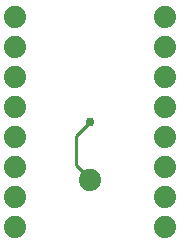
<source format=gbl>
G75*
%MOIN*%
%OFA0B0*%
%FSLAX25Y25*%
%IPPOS*%
%LPD*%
%AMOC8*
5,1,8,0,0,1.08239X$1,22.5*
%
%ADD10C,0.07400*%
%ADD11C,0.01000*%
%ADD12C,0.02978*%
D10*
X0010961Y0010724D03*
X0010961Y0020724D03*
X0010961Y0030724D03*
X0010961Y0040724D03*
X0010961Y0050724D03*
X0010961Y0060724D03*
X0010961Y0070724D03*
X0010961Y0080724D03*
X0035961Y0026551D03*
X0060961Y0030724D03*
X0060961Y0020724D03*
X0060961Y0010724D03*
X0060961Y0040724D03*
X0060961Y0050724D03*
X0060961Y0060724D03*
X0060961Y0070724D03*
X0060961Y0080724D03*
D11*
X0035961Y0045724D02*
X0035961Y0045409D01*
X0035961Y0045724D02*
X0035488Y0044937D01*
X0035961Y0045724D02*
X0031315Y0041079D01*
X0031315Y0031315D01*
X0035961Y0026669D01*
X0035961Y0026551D01*
D12*
X0035961Y0045724D03*
M02*

</source>
